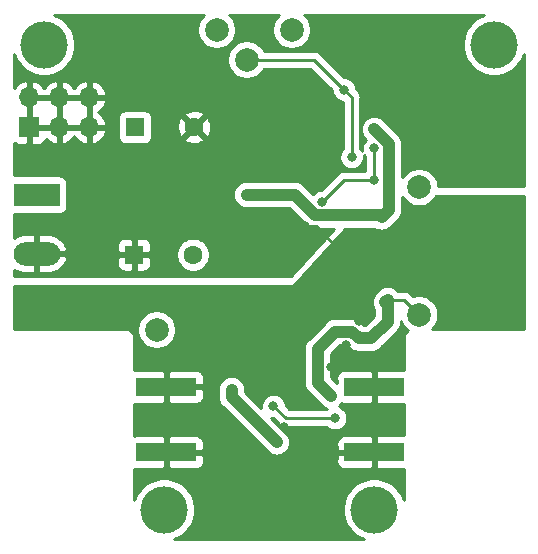
<source format=gbr>
%TF.GenerationSoftware,KiCad,Pcbnew,(5.1.6-0-10_14)*%
%TF.CreationDate,2021-01-15T10:59:33-08:00*%
%TF.ProjectId,TIADevBoard,54494144-6576-4426-9f61-72642e6b6963,rev?*%
%TF.SameCoordinates,Original*%
%TF.FileFunction,Copper,L2,Bot*%
%TF.FilePolarity,Positive*%
%FSLAX46Y46*%
G04 Gerber Fmt 4.6, Leading zero omitted, Abs format (unit mm)*
G04 Created by KiCad (PCBNEW (5.1.6-0-10_14)) date 2021-01-15 10:59:33*
%MOMM*%
%LPD*%
G01*
G04 APERTURE LIST*
%TA.AperFunction,ComponentPad*%
%ADD10O,1.700000X1.700000*%
%TD*%
%TA.AperFunction,ComponentPad*%
%ADD11R,1.700000X1.700000*%
%TD*%
%TA.AperFunction,ComponentPad*%
%ADD12C,2.000000*%
%TD*%
%TA.AperFunction,ComponentPad*%
%ADD13O,3.960000X1.980000*%
%TD*%
%TA.AperFunction,ComponentPad*%
%ADD14R,3.960000X1.980000*%
%TD*%
%TA.AperFunction,SMDPad,CuDef*%
%ADD15R,5.080000X1.600000*%
%TD*%
%TA.AperFunction,ComponentPad*%
%ADD16C,4.000000*%
%TD*%
%TA.AperFunction,ComponentPad*%
%ADD17C,1.600000*%
%TD*%
%TA.AperFunction,ComponentPad*%
%ADD18R,1.600000X1.600000*%
%TD*%
%TA.AperFunction,ViaPad*%
%ADD19C,0.800000*%
%TD*%
%TA.AperFunction,Conductor*%
%ADD20C,0.250000*%
%TD*%
%TA.AperFunction,Conductor*%
%ADD21C,1.000000*%
%TD*%
%TA.AperFunction,Conductor*%
%ADD22C,0.254000*%
%TD*%
G04 APERTURE END LIST*
D10*
%TO.P,J4,6*%
%TO.N,GND*%
X77470000Y-74295000D03*
%TO.P,J4,5*%
X77470000Y-76835000D03*
%TO.P,J4,4*%
X74930000Y-74295000D03*
%TO.P,J4,3*%
X74930000Y-76835000D03*
%TO.P,J4,2*%
X72390000Y-74295000D03*
D11*
%TO.P,J4,1*%
X72390000Y-76835000D03*
%TD*%
D12*
%TO.P,TP6,1*%
%TO.N,/SwE*%
X88265000Y-68580000D03*
%TD*%
%TO.P,TP5,1*%
%TO.N,/TC*%
X105410000Y-81915000D03*
%TD*%
%TO.P,TP4,1*%
%TO.N,/-2.5V*%
X83185000Y-93980000D03*
%TD*%
%TO.P,TP3,1*%
%TO.N,-5V*%
X90805000Y-71120000D03*
%TD*%
%TO.P,TP2,1*%
%TO.N,/Ipk*%
X94615000Y-68580000D03*
%TD*%
%TO.P,TP1,1*%
%TO.N,/3V*%
X105410000Y-92710000D03*
%TD*%
D13*
%TO.P,J1,2*%
%TO.N,GND*%
X73025000Y-87550000D03*
D14*
%TO.P,J1,1*%
%TO.N,VDD*%
X73025000Y-82550000D03*
%TD*%
D15*
%TO.P,J3,2*%
%TO.N,GND*%
X101600000Y-98830000D03*
X101600000Y-104370000D03*
%TD*%
%TO.P,J2,2*%
%TO.N,GND*%
X84005000Y-104370000D03*
X84005000Y-98830000D03*
%TD*%
D16*
%TO.P,H4,1*%
%TO.N,N/C*%
X83820000Y-109220000D03*
%TD*%
%TO.P,H3,1*%
%TO.N,N/C*%
X101600000Y-109220000D03*
%TD*%
%TO.P,H2,1*%
%TO.N,N/C*%
X111760000Y-69850000D03*
%TD*%
%TO.P,H1,1*%
%TO.N,N/C*%
X73660000Y-69850000D03*
%TD*%
D17*
%TO.P,C3,2*%
%TO.N,-5V*%
X86280000Y-87630000D03*
D18*
%TO.P,C3,1*%
%TO.N,GND*%
X81280000Y-87630000D03*
%TD*%
D17*
%TO.P,C1,2*%
%TO.N,GND*%
X86360000Y-76835000D03*
D18*
%TO.P,C1,1*%
%TO.N,VDD*%
X81360000Y-76835000D03*
%TD*%
D19*
%TO.N,GND*%
X93980000Y-102235000D03*
X92075000Y-108204000D03*
X97917000Y-97155000D03*
X99187000Y-95250000D03*
X101600000Y-97282000D03*
X101600000Y-105918000D03*
X83947000Y-97282000D03*
X84074000Y-106045000D03*
X88900000Y-91440000D03*
X95758000Y-85217000D03*
X100330000Y-93218000D03*
X105537000Y-86995000D03*
X99060000Y-87630000D03*
X90170000Y-80010000D03*
X104140000Y-69850000D03*
%TO.N,VDD*%
X90805000Y-82550000D03*
X102235000Y-84455000D03*
X101600000Y-77012008D03*
%TO.N,-5V*%
X99060000Y-73660000D03*
X99695000Y-79375000D03*
%TO.N,/-2.5V*%
X89535000Y-99060000D03*
X93345000Y-103505000D03*
%TO.N,/3V*%
X102743000Y-91440000D03*
X97917000Y-99568000D03*
%TO.N,/TC*%
X101600000Y-81280000D03*
X97155000Y-83185000D03*
X101600000Y-78640010D03*
%TO.N,/VOUT*%
X93076848Y-100442848D03*
X98298000Y-101473000D03*
%TD*%
D20*
%TO.N,GND*%
X96647000Y-85217000D02*
X99060000Y-87630000D01*
X95758000Y-85217000D02*
X96647000Y-85217000D01*
D21*
%TO.N,VDD*%
X96626999Y-84285001D02*
X101769999Y-84285001D01*
X94891998Y-82550000D02*
X96626999Y-84285001D01*
X90805000Y-82550000D02*
X94891998Y-82550000D01*
X102065001Y-84285001D02*
X102235000Y-84455000D01*
X101769999Y-84285001D02*
X102065001Y-84285001D01*
X102235000Y-84455000D02*
X102870000Y-83820000D01*
X102870000Y-78282008D02*
X101600000Y-77012008D01*
X102870000Y-83820000D02*
X102870000Y-78282008D01*
D20*
%TO.N,-5V*%
X99060000Y-73660000D02*
X99695000Y-74295000D01*
X99695000Y-74295000D02*
X99695000Y-79375000D01*
X96520000Y-71120000D02*
X99060000Y-73660000D01*
X90805000Y-71120000D02*
X96520000Y-71120000D01*
D21*
%TO.N,/-2.5V*%
X89535000Y-99060000D02*
X89535000Y-99695000D01*
X89535000Y-99695000D02*
X93345000Y-103505000D01*
%TO.N,/3V*%
X102743000Y-91440000D02*
X102531999Y-91651001D01*
X96816999Y-98467999D02*
X97917000Y-99568000D01*
X98255001Y-94149999D02*
X96816999Y-95588001D01*
X100287001Y-94721999D02*
X99715001Y-94149999D01*
X99715001Y-94149999D02*
X98255001Y-94149999D01*
X101343003Y-94721999D02*
X100287001Y-94721999D01*
X102743000Y-91440000D02*
X102743000Y-93322002D01*
X102743000Y-93322002D02*
X101343003Y-94721999D01*
X96816999Y-95588001D02*
X96816999Y-98467999D01*
D20*
X104140000Y-91440000D02*
X102743000Y-91440000D01*
X105410000Y-92710000D02*
X104140000Y-91440000D01*
%TO.N,/TC*%
X99060000Y-81280000D02*
X97155000Y-83185000D01*
X101600000Y-81280000D02*
X99060000Y-81280000D01*
X101600000Y-78640010D02*
X101600000Y-81280000D01*
%TO.N,/VOUT*%
X93076848Y-100442848D02*
X94107000Y-101473000D01*
X94107000Y-101473000D02*
X98298000Y-101473000D01*
%TD*%
D22*
%TO.N,GND*%
G36*
X86995013Y-67537748D02*
G01*
X86816082Y-67805537D01*
X86692832Y-68103088D01*
X86630000Y-68418967D01*
X86630000Y-68741033D01*
X86692832Y-69056912D01*
X86816082Y-69354463D01*
X86995013Y-69622252D01*
X87222748Y-69849987D01*
X87490537Y-70028918D01*
X87788088Y-70152168D01*
X88103967Y-70215000D01*
X88426033Y-70215000D01*
X88741912Y-70152168D01*
X89039463Y-70028918D01*
X89307252Y-69849987D01*
X89534987Y-69622252D01*
X89713918Y-69354463D01*
X89837168Y-69056912D01*
X89900000Y-68741033D01*
X89900000Y-68418967D01*
X89837168Y-68103088D01*
X89713918Y-67805537D01*
X89534987Y-67537748D01*
X89332239Y-67335000D01*
X93547761Y-67335000D01*
X93345013Y-67537748D01*
X93166082Y-67805537D01*
X93042832Y-68103088D01*
X92980000Y-68418967D01*
X92980000Y-68741033D01*
X93042832Y-69056912D01*
X93166082Y-69354463D01*
X93345013Y-69622252D01*
X93572748Y-69849987D01*
X93840537Y-70028918D01*
X94138088Y-70152168D01*
X94453967Y-70215000D01*
X94776033Y-70215000D01*
X95091912Y-70152168D01*
X95389463Y-70028918D01*
X95657252Y-69849987D01*
X95884987Y-69622252D01*
X96063918Y-69354463D01*
X96187168Y-69056912D01*
X96250000Y-68741033D01*
X96250000Y-68418967D01*
X96187168Y-68103088D01*
X96063918Y-67805537D01*
X95884987Y-67537748D01*
X95682239Y-67335000D01*
X110946159Y-67335000D01*
X110511859Y-67514893D01*
X110080285Y-67803262D01*
X109713262Y-68170285D01*
X109424893Y-68601859D01*
X109226261Y-69081399D01*
X109125000Y-69590475D01*
X109125000Y-70109525D01*
X109226261Y-70618601D01*
X109424893Y-71098141D01*
X109713262Y-71529715D01*
X110080285Y-71896738D01*
X110511859Y-72185107D01*
X110991399Y-72383739D01*
X111500475Y-72485000D01*
X112019525Y-72485000D01*
X112528601Y-72383739D01*
X113008141Y-72185107D01*
X113439715Y-71896738D01*
X113806738Y-71529715D01*
X114095107Y-71098141D01*
X114275000Y-70663841D01*
X114275000Y-81788000D01*
X107045000Y-81788000D01*
X107045000Y-81753967D01*
X106982168Y-81438088D01*
X106858918Y-81140537D01*
X106679987Y-80872748D01*
X106452252Y-80645013D01*
X106184463Y-80466082D01*
X105886912Y-80342832D01*
X105571033Y-80280000D01*
X105248967Y-80280000D01*
X104933088Y-80342832D01*
X104635537Y-80466082D01*
X104367748Y-80645013D01*
X104140013Y-80872748D01*
X104005000Y-81074809D01*
X104005000Y-78337751D01*
X104010490Y-78282007D01*
X104005000Y-78226263D01*
X104005000Y-78226256D01*
X103988577Y-78059509D01*
X103982506Y-78039494D01*
X103967338Y-77989494D01*
X103923676Y-77845561D01*
X103818284Y-77648385D01*
X103676449Y-77475559D01*
X103633140Y-77440016D01*
X102363143Y-76170020D01*
X102233622Y-76063725D01*
X102036446Y-75958332D01*
X101822498Y-75893431D01*
X101600000Y-75871517D01*
X101377502Y-75893431D01*
X101163554Y-75958332D01*
X100966378Y-76063725D01*
X100793552Y-76205560D01*
X100651717Y-76378386D01*
X100546324Y-76575562D01*
X100481423Y-76789510D01*
X100459509Y-77012008D01*
X100481423Y-77234506D01*
X100546324Y-77448454D01*
X100651717Y-77645630D01*
X100758012Y-77775151D01*
X100879580Y-77896719D01*
X100796063Y-77980236D01*
X100682795Y-78149754D01*
X100604774Y-78338112D01*
X100565000Y-78538071D01*
X100565000Y-78741949D01*
X100585434Y-78844678D01*
X100498937Y-78715226D01*
X100455000Y-78671289D01*
X100455000Y-74332333D01*
X100458677Y-74295000D01*
X100444003Y-74146014D01*
X100400546Y-74002753D01*
X100329974Y-73870724D01*
X100258799Y-73783997D01*
X100235001Y-73754999D01*
X100206004Y-73731202D01*
X100095000Y-73620198D01*
X100095000Y-73558061D01*
X100055226Y-73358102D01*
X99977205Y-73169744D01*
X99863937Y-73000226D01*
X99719774Y-72856063D01*
X99550256Y-72742795D01*
X99361898Y-72664774D01*
X99161939Y-72625000D01*
X99099803Y-72625000D01*
X97083804Y-70609003D01*
X97060001Y-70579999D01*
X96944276Y-70485026D01*
X96812247Y-70414454D01*
X96668986Y-70370997D01*
X96557333Y-70360000D01*
X96557322Y-70360000D01*
X96520000Y-70356324D01*
X96482678Y-70360000D01*
X92259909Y-70360000D01*
X92253918Y-70345537D01*
X92074987Y-70077748D01*
X91847252Y-69850013D01*
X91579463Y-69671082D01*
X91281912Y-69547832D01*
X90966033Y-69485000D01*
X90643967Y-69485000D01*
X90328088Y-69547832D01*
X90030537Y-69671082D01*
X89762748Y-69850013D01*
X89535013Y-70077748D01*
X89356082Y-70345537D01*
X89232832Y-70643088D01*
X89170000Y-70958967D01*
X89170000Y-71281033D01*
X89232832Y-71596912D01*
X89356082Y-71894463D01*
X89535013Y-72162252D01*
X89762748Y-72389987D01*
X90030537Y-72568918D01*
X90328088Y-72692168D01*
X90643967Y-72755000D01*
X90966033Y-72755000D01*
X91281912Y-72692168D01*
X91579463Y-72568918D01*
X91847252Y-72389987D01*
X92074987Y-72162252D01*
X92253918Y-71894463D01*
X92259909Y-71880000D01*
X96205199Y-71880000D01*
X98025000Y-73699803D01*
X98025000Y-73761939D01*
X98064774Y-73961898D01*
X98142795Y-74150256D01*
X98256063Y-74319774D01*
X98400226Y-74463937D01*
X98569744Y-74577205D01*
X98758102Y-74655226D01*
X98935000Y-74690413D01*
X98935001Y-78671288D01*
X98891063Y-78715226D01*
X98777795Y-78884744D01*
X98699774Y-79073102D01*
X98660000Y-79273061D01*
X98660000Y-79476939D01*
X98699774Y-79676898D01*
X98777795Y-79865256D01*
X98891063Y-80034774D01*
X99035226Y-80178937D01*
X99204744Y-80292205D01*
X99393102Y-80370226D01*
X99593061Y-80410000D01*
X99796939Y-80410000D01*
X99996898Y-80370226D01*
X100185256Y-80292205D01*
X100354774Y-80178937D01*
X100498937Y-80034774D01*
X100612205Y-79865256D01*
X100690226Y-79676898D01*
X100730000Y-79476939D01*
X100730000Y-79273061D01*
X100709566Y-79170332D01*
X100796063Y-79299784D01*
X100840000Y-79343721D01*
X100840001Y-80520000D01*
X99097323Y-80520000D01*
X99060000Y-80516324D01*
X99022677Y-80520000D01*
X99022667Y-80520000D01*
X98911014Y-80530997D01*
X98767753Y-80574454D01*
X98635724Y-80645026D01*
X98519999Y-80739999D01*
X98496201Y-80768997D01*
X97115199Y-82150000D01*
X97053061Y-82150000D01*
X96853102Y-82189774D01*
X96664744Y-82267795D01*
X96495226Y-82381063D01*
X96411709Y-82464580D01*
X95733994Y-81786865D01*
X95698447Y-81743551D01*
X95525621Y-81601716D01*
X95328445Y-81496324D01*
X95114497Y-81431423D01*
X94947750Y-81415000D01*
X94947749Y-81415000D01*
X94891998Y-81409509D01*
X94836247Y-81415000D01*
X90749248Y-81415000D01*
X90582501Y-81431423D01*
X90368553Y-81496324D01*
X90171377Y-81601716D01*
X89998551Y-81743551D01*
X89856716Y-81916377D01*
X89751324Y-82113553D01*
X89686423Y-82327501D01*
X89664509Y-82550000D01*
X89686423Y-82772499D01*
X89751324Y-82986447D01*
X89856716Y-83183623D01*
X89998551Y-83356449D01*
X90171377Y-83498284D01*
X90368553Y-83603676D01*
X90582501Y-83668577D01*
X90749248Y-83685000D01*
X94421867Y-83685000D01*
X95785008Y-85048141D01*
X95820550Y-85091450D01*
X95993376Y-85233285D01*
X96190552Y-85338677D01*
X96404500Y-85403578D01*
X96626999Y-85425492D01*
X96682750Y-85420001D01*
X98214798Y-85420001D01*
X94559132Y-89408000D01*
X71145000Y-89408000D01*
X71145000Y-88906282D01*
X71295806Y-89002704D01*
X71593418Y-89119000D01*
X71908000Y-89175000D01*
X72898000Y-89175000D01*
X72898000Y-87677000D01*
X73152000Y-87677000D01*
X73152000Y-89175000D01*
X74142000Y-89175000D01*
X74456582Y-89119000D01*
X74754194Y-89002704D01*
X75023399Y-88830581D01*
X75253852Y-88609246D01*
X75378924Y-88430000D01*
X79841928Y-88430000D01*
X79854188Y-88554482D01*
X79890498Y-88674180D01*
X79949463Y-88784494D01*
X80028815Y-88881185D01*
X80125506Y-88960537D01*
X80235820Y-89019502D01*
X80355518Y-89055812D01*
X80480000Y-89068072D01*
X80994250Y-89065000D01*
X81153000Y-88906250D01*
X81153000Y-87757000D01*
X81407000Y-87757000D01*
X81407000Y-88906250D01*
X81565750Y-89065000D01*
X82080000Y-89068072D01*
X82204482Y-89055812D01*
X82324180Y-89019502D01*
X82434494Y-88960537D01*
X82531185Y-88881185D01*
X82610537Y-88784494D01*
X82669502Y-88674180D01*
X82705812Y-88554482D01*
X82718072Y-88430000D01*
X82715000Y-87915750D01*
X82556250Y-87757000D01*
X81407000Y-87757000D01*
X81153000Y-87757000D01*
X80003750Y-87757000D01*
X79845000Y-87915750D01*
X79841928Y-88430000D01*
X75378924Y-88430000D01*
X75436696Y-88347205D01*
X75564905Y-88054528D01*
X75595218Y-87928865D01*
X75475740Y-87677000D01*
X73152000Y-87677000D01*
X72898000Y-87677000D01*
X72878000Y-87677000D01*
X72878000Y-87423000D01*
X72898000Y-87423000D01*
X72898000Y-85925000D01*
X73152000Y-85925000D01*
X73152000Y-87423000D01*
X75475740Y-87423000D01*
X75595218Y-87171135D01*
X75564905Y-87045472D01*
X75470517Y-86830000D01*
X79841928Y-86830000D01*
X79845000Y-87344250D01*
X80003750Y-87503000D01*
X81153000Y-87503000D01*
X81153000Y-86353750D01*
X81407000Y-86353750D01*
X81407000Y-87503000D01*
X82556250Y-87503000D01*
X82570585Y-87488665D01*
X84845000Y-87488665D01*
X84845000Y-87771335D01*
X84900147Y-88048574D01*
X85008320Y-88309727D01*
X85165363Y-88544759D01*
X85365241Y-88744637D01*
X85600273Y-88901680D01*
X85861426Y-89009853D01*
X86138665Y-89065000D01*
X86421335Y-89065000D01*
X86698574Y-89009853D01*
X86959727Y-88901680D01*
X87194759Y-88744637D01*
X87394637Y-88544759D01*
X87551680Y-88309727D01*
X87659853Y-88048574D01*
X87715000Y-87771335D01*
X87715000Y-87488665D01*
X87659853Y-87211426D01*
X87551680Y-86950273D01*
X87394637Y-86715241D01*
X87194759Y-86515363D01*
X86959727Y-86358320D01*
X86698574Y-86250147D01*
X86421335Y-86195000D01*
X86138665Y-86195000D01*
X85861426Y-86250147D01*
X85600273Y-86358320D01*
X85365241Y-86515363D01*
X85165363Y-86715241D01*
X85008320Y-86950273D01*
X84900147Y-87211426D01*
X84845000Y-87488665D01*
X82570585Y-87488665D01*
X82715000Y-87344250D01*
X82718072Y-86830000D01*
X82705812Y-86705518D01*
X82669502Y-86585820D01*
X82610537Y-86475506D01*
X82531185Y-86378815D01*
X82434494Y-86299463D01*
X82324180Y-86240498D01*
X82204482Y-86204188D01*
X82080000Y-86191928D01*
X81565750Y-86195000D01*
X81407000Y-86353750D01*
X81153000Y-86353750D01*
X80994250Y-86195000D01*
X80480000Y-86191928D01*
X80355518Y-86204188D01*
X80235820Y-86240498D01*
X80125506Y-86299463D01*
X80028815Y-86378815D01*
X79949463Y-86475506D01*
X79890498Y-86585820D01*
X79854188Y-86705518D01*
X79841928Y-86830000D01*
X75470517Y-86830000D01*
X75436696Y-86752795D01*
X75253852Y-86490754D01*
X75023399Y-86269419D01*
X74754194Y-86097296D01*
X74456582Y-85981000D01*
X74142000Y-85925000D01*
X73152000Y-85925000D01*
X72898000Y-85925000D01*
X71908000Y-85925000D01*
X71593418Y-85981000D01*
X71295806Y-86097296D01*
X71145000Y-86193718D01*
X71145000Y-84178072D01*
X75005000Y-84178072D01*
X75129482Y-84165812D01*
X75249180Y-84129502D01*
X75359494Y-84070537D01*
X75456185Y-83991185D01*
X75535537Y-83894494D01*
X75594502Y-83784180D01*
X75630812Y-83664482D01*
X75643072Y-83540000D01*
X75643072Y-81560000D01*
X75630812Y-81435518D01*
X75594502Y-81315820D01*
X75535537Y-81205506D01*
X75456185Y-81108815D01*
X75359494Y-81029463D01*
X75249180Y-80970498D01*
X75129482Y-80934188D01*
X75005000Y-80921928D01*
X71145000Y-80921928D01*
X71145000Y-78182295D01*
X71185506Y-78215537D01*
X71295820Y-78274502D01*
X71415518Y-78310812D01*
X71540000Y-78323072D01*
X72104250Y-78320000D01*
X72263000Y-78161250D01*
X72263000Y-76962000D01*
X72517000Y-76962000D01*
X72517000Y-78161250D01*
X72675750Y-78320000D01*
X73240000Y-78323072D01*
X73364482Y-78310812D01*
X73484180Y-78274502D01*
X73594494Y-78215537D01*
X73691185Y-78136185D01*
X73770537Y-78039494D01*
X73829502Y-77929180D01*
X73853966Y-77848534D01*
X73929731Y-77932588D01*
X74163080Y-78106641D01*
X74425901Y-78231825D01*
X74573110Y-78276476D01*
X74803000Y-78155155D01*
X74803000Y-76962000D01*
X75057000Y-76962000D01*
X75057000Y-78155155D01*
X75286890Y-78276476D01*
X75434099Y-78231825D01*
X75696920Y-78106641D01*
X75930269Y-77932588D01*
X76125178Y-77716355D01*
X76200000Y-77590745D01*
X76274822Y-77716355D01*
X76469731Y-77932588D01*
X76703080Y-78106641D01*
X76965901Y-78231825D01*
X77113110Y-78276476D01*
X77343000Y-78155155D01*
X77343000Y-76962000D01*
X77597000Y-76962000D01*
X77597000Y-78155155D01*
X77826890Y-78276476D01*
X77974099Y-78231825D01*
X78236920Y-78106641D01*
X78470269Y-77932588D01*
X78665178Y-77716355D01*
X78814157Y-77466252D01*
X78911481Y-77191891D01*
X78790814Y-76962000D01*
X77597000Y-76962000D01*
X77343000Y-76962000D01*
X75057000Y-76962000D01*
X74803000Y-76962000D01*
X72517000Y-76962000D01*
X72263000Y-76962000D01*
X72243000Y-76962000D01*
X72243000Y-76708000D01*
X72263000Y-76708000D01*
X72263000Y-74422000D01*
X72517000Y-74422000D01*
X72517000Y-76708000D01*
X74803000Y-76708000D01*
X74803000Y-74422000D01*
X75057000Y-74422000D01*
X75057000Y-76708000D01*
X77343000Y-76708000D01*
X77343000Y-74422000D01*
X77597000Y-74422000D01*
X77597000Y-76708000D01*
X78790814Y-76708000D01*
X78911481Y-76478109D01*
X78814157Y-76203748D01*
X78713639Y-76035000D01*
X79921928Y-76035000D01*
X79921928Y-77635000D01*
X79934188Y-77759482D01*
X79970498Y-77879180D01*
X80029463Y-77989494D01*
X80108815Y-78086185D01*
X80205506Y-78165537D01*
X80315820Y-78224502D01*
X80435518Y-78260812D01*
X80560000Y-78273072D01*
X82160000Y-78273072D01*
X82284482Y-78260812D01*
X82404180Y-78224502D01*
X82514494Y-78165537D01*
X82611185Y-78086185D01*
X82690537Y-77989494D01*
X82749502Y-77879180D01*
X82765117Y-77827702D01*
X85546903Y-77827702D01*
X85618486Y-78071671D01*
X85873996Y-78192571D01*
X86148184Y-78261300D01*
X86430512Y-78275217D01*
X86710130Y-78233787D01*
X86976292Y-78138603D01*
X87101514Y-78071671D01*
X87173097Y-77827702D01*
X86360000Y-77014605D01*
X85546903Y-77827702D01*
X82765117Y-77827702D01*
X82785812Y-77759482D01*
X82798072Y-77635000D01*
X82798072Y-76905512D01*
X84919783Y-76905512D01*
X84961213Y-77185130D01*
X85056397Y-77451292D01*
X85123329Y-77576514D01*
X85367298Y-77648097D01*
X86180395Y-76835000D01*
X86539605Y-76835000D01*
X87352702Y-77648097D01*
X87596671Y-77576514D01*
X87717571Y-77321004D01*
X87786300Y-77046816D01*
X87800217Y-76764488D01*
X87758787Y-76484870D01*
X87663603Y-76218708D01*
X87596671Y-76093486D01*
X87352702Y-76021903D01*
X86539605Y-76835000D01*
X86180395Y-76835000D01*
X85367298Y-76021903D01*
X85123329Y-76093486D01*
X85002429Y-76348996D01*
X84933700Y-76623184D01*
X84919783Y-76905512D01*
X82798072Y-76905512D01*
X82798072Y-76035000D01*
X82785812Y-75910518D01*
X82765118Y-75842298D01*
X85546903Y-75842298D01*
X86360000Y-76655395D01*
X87173097Y-75842298D01*
X87101514Y-75598329D01*
X86846004Y-75477429D01*
X86571816Y-75408700D01*
X86289488Y-75394783D01*
X86009870Y-75436213D01*
X85743708Y-75531397D01*
X85618486Y-75598329D01*
X85546903Y-75842298D01*
X82765118Y-75842298D01*
X82749502Y-75790820D01*
X82690537Y-75680506D01*
X82611185Y-75583815D01*
X82514494Y-75504463D01*
X82404180Y-75445498D01*
X82284482Y-75409188D01*
X82160000Y-75396928D01*
X80560000Y-75396928D01*
X80435518Y-75409188D01*
X80315820Y-75445498D01*
X80205506Y-75504463D01*
X80108815Y-75583815D01*
X80029463Y-75680506D01*
X79970498Y-75790820D01*
X79934188Y-75910518D01*
X79921928Y-76035000D01*
X78713639Y-76035000D01*
X78665178Y-75953645D01*
X78470269Y-75737412D01*
X78239120Y-75565000D01*
X78470269Y-75392588D01*
X78665178Y-75176355D01*
X78814157Y-74926252D01*
X78911481Y-74651891D01*
X78790814Y-74422000D01*
X77597000Y-74422000D01*
X77343000Y-74422000D01*
X75057000Y-74422000D01*
X74803000Y-74422000D01*
X72517000Y-74422000D01*
X72263000Y-74422000D01*
X72243000Y-74422000D01*
X72243000Y-74168000D01*
X72263000Y-74168000D01*
X72263000Y-72974845D01*
X72517000Y-72974845D01*
X72517000Y-74168000D01*
X74803000Y-74168000D01*
X74803000Y-72974845D01*
X75057000Y-72974845D01*
X75057000Y-74168000D01*
X77343000Y-74168000D01*
X77343000Y-72974845D01*
X77597000Y-72974845D01*
X77597000Y-74168000D01*
X78790814Y-74168000D01*
X78911481Y-73938109D01*
X78814157Y-73663748D01*
X78665178Y-73413645D01*
X78470269Y-73197412D01*
X78236920Y-73023359D01*
X77974099Y-72898175D01*
X77826890Y-72853524D01*
X77597000Y-72974845D01*
X77343000Y-72974845D01*
X77113110Y-72853524D01*
X76965901Y-72898175D01*
X76703080Y-73023359D01*
X76469731Y-73197412D01*
X76274822Y-73413645D01*
X76200000Y-73539255D01*
X76125178Y-73413645D01*
X75930269Y-73197412D01*
X75696920Y-73023359D01*
X75434099Y-72898175D01*
X75286890Y-72853524D01*
X75057000Y-72974845D01*
X74803000Y-72974845D01*
X74573110Y-72853524D01*
X74425901Y-72898175D01*
X74163080Y-73023359D01*
X73929731Y-73197412D01*
X73734822Y-73413645D01*
X73660000Y-73539255D01*
X73585178Y-73413645D01*
X73390269Y-73197412D01*
X73156920Y-73023359D01*
X72894099Y-72898175D01*
X72746890Y-72853524D01*
X72517000Y-72974845D01*
X72263000Y-72974845D01*
X72033110Y-72853524D01*
X71885901Y-72898175D01*
X71623080Y-73023359D01*
X71389731Y-73197412D01*
X71194822Y-73413645D01*
X71145000Y-73497285D01*
X71145000Y-70663841D01*
X71324893Y-71098141D01*
X71613262Y-71529715D01*
X71980285Y-71896738D01*
X72411859Y-72185107D01*
X72891399Y-72383739D01*
X73400475Y-72485000D01*
X73919525Y-72485000D01*
X74428601Y-72383739D01*
X74908141Y-72185107D01*
X75339715Y-71896738D01*
X75706738Y-71529715D01*
X75995107Y-71098141D01*
X76193739Y-70618601D01*
X76295000Y-70109525D01*
X76295000Y-69590475D01*
X76193739Y-69081399D01*
X75995107Y-68601859D01*
X75706738Y-68170285D01*
X75339715Y-67803262D01*
X74908141Y-67514893D01*
X74473841Y-67335000D01*
X87197761Y-67335000D01*
X86995013Y-67537748D01*
G37*
X86995013Y-67537748D02*
X86816082Y-67805537D01*
X86692832Y-68103088D01*
X86630000Y-68418967D01*
X86630000Y-68741033D01*
X86692832Y-69056912D01*
X86816082Y-69354463D01*
X86995013Y-69622252D01*
X87222748Y-69849987D01*
X87490537Y-70028918D01*
X87788088Y-70152168D01*
X88103967Y-70215000D01*
X88426033Y-70215000D01*
X88741912Y-70152168D01*
X89039463Y-70028918D01*
X89307252Y-69849987D01*
X89534987Y-69622252D01*
X89713918Y-69354463D01*
X89837168Y-69056912D01*
X89900000Y-68741033D01*
X89900000Y-68418967D01*
X89837168Y-68103088D01*
X89713918Y-67805537D01*
X89534987Y-67537748D01*
X89332239Y-67335000D01*
X93547761Y-67335000D01*
X93345013Y-67537748D01*
X93166082Y-67805537D01*
X93042832Y-68103088D01*
X92980000Y-68418967D01*
X92980000Y-68741033D01*
X93042832Y-69056912D01*
X93166082Y-69354463D01*
X93345013Y-69622252D01*
X93572748Y-69849987D01*
X93840537Y-70028918D01*
X94138088Y-70152168D01*
X94453967Y-70215000D01*
X94776033Y-70215000D01*
X95091912Y-70152168D01*
X95389463Y-70028918D01*
X95657252Y-69849987D01*
X95884987Y-69622252D01*
X96063918Y-69354463D01*
X96187168Y-69056912D01*
X96250000Y-68741033D01*
X96250000Y-68418967D01*
X96187168Y-68103088D01*
X96063918Y-67805537D01*
X95884987Y-67537748D01*
X95682239Y-67335000D01*
X110946159Y-67335000D01*
X110511859Y-67514893D01*
X110080285Y-67803262D01*
X109713262Y-68170285D01*
X109424893Y-68601859D01*
X109226261Y-69081399D01*
X109125000Y-69590475D01*
X109125000Y-70109525D01*
X109226261Y-70618601D01*
X109424893Y-71098141D01*
X109713262Y-71529715D01*
X110080285Y-71896738D01*
X110511859Y-72185107D01*
X110991399Y-72383739D01*
X111500475Y-72485000D01*
X112019525Y-72485000D01*
X112528601Y-72383739D01*
X113008141Y-72185107D01*
X113439715Y-71896738D01*
X113806738Y-71529715D01*
X114095107Y-71098141D01*
X114275000Y-70663841D01*
X114275000Y-81788000D01*
X107045000Y-81788000D01*
X107045000Y-81753967D01*
X106982168Y-81438088D01*
X106858918Y-81140537D01*
X106679987Y-80872748D01*
X106452252Y-80645013D01*
X106184463Y-80466082D01*
X105886912Y-80342832D01*
X105571033Y-80280000D01*
X105248967Y-80280000D01*
X104933088Y-80342832D01*
X104635537Y-80466082D01*
X104367748Y-80645013D01*
X104140013Y-80872748D01*
X104005000Y-81074809D01*
X104005000Y-78337751D01*
X104010490Y-78282007D01*
X104005000Y-78226263D01*
X104005000Y-78226256D01*
X103988577Y-78059509D01*
X103982506Y-78039494D01*
X103967338Y-77989494D01*
X103923676Y-77845561D01*
X103818284Y-77648385D01*
X103676449Y-77475559D01*
X103633140Y-77440016D01*
X102363143Y-76170020D01*
X102233622Y-76063725D01*
X102036446Y-75958332D01*
X101822498Y-75893431D01*
X101600000Y-75871517D01*
X101377502Y-75893431D01*
X101163554Y-75958332D01*
X100966378Y-76063725D01*
X100793552Y-76205560D01*
X100651717Y-76378386D01*
X100546324Y-76575562D01*
X100481423Y-76789510D01*
X100459509Y-77012008D01*
X100481423Y-77234506D01*
X100546324Y-77448454D01*
X100651717Y-77645630D01*
X100758012Y-77775151D01*
X100879580Y-77896719D01*
X100796063Y-77980236D01*
X100682795Y-78149754D01*
X100604774Y-78338112D01*
X100565000Y-78538071D01*
X100565000Y-78741949D01*
X100585434Y-78844678D01*
X100498937Y-78715226D01*
X100455000Y-78671289D01*
X100455000Y-74332333D01*
X100458677Y-74295000D01*
X100444003Y-74146014D01*
X100400546Y-74002753D01*
X100329974Y-73870724D01*
X100258799Y-73783997D01*
X100235001Y-73754999D01*
X100206004Y-73731202D01*
X100095000Y-73620198D01*
X100095000Y-73558061D01*
X100055226Y-73358102D01*
X99977205Y-73169744D01*
X99863937Y-73000226D01*
X99719774Y-72856063D01*
X99550256Y-72742795D01*
X99361898Y-72664774D01*
X99161939Y-72625000D01*
X99099803Y-72625000D01*
X97083804Y-70609003D01*
X97060001Y-70579999D01*
X96944276Y-70485026D01*
X96812247Y-70414454D01*
X96668986Y-70370997D01*
X96557333Y-70360000D01*
X96557322Y-70360000D01*
X96520000Y-70356324D01*
X96482678Y-70360000D01*
X92259909Y-70360000D01*
X92253918Y-70345537D01*
X92074987Y-70077748D01*
X91847252Y-69850013D01*
X91579463Y-69671082D01*
X91281912Y-69547832D01*
X90966033Y-69485000D01*
X90643967Y-69485000D01*
X90328088Y-69547832D01*
X90030537Y-69671082D01*
X89762748Y-69850013D01*
X89535013Y-70077748D01*
X89356082Y-70345537D01*
X89232832Y-70643088D01*
X89170000Y-70958967D01*
X89170000Y-71281033D01*
X89232832Y-71596912D01*
X89356082Y-71894463D01*
X89535013Y-72162252D01*
X89762748Y-72389987D01*
X90030537Y-72568918D01*
X90328088Y-72692168D01*
X90643967Y-72755000D01*
X90966033Y-72755000D01*
X91281912Y-72692168D01*
X91579463Y-72568918D01*
X91847252Y-72389987D01*
X92074987Y-72162252D01*
X92253918Y-71894463D01*
X92259909Y-71880000D01*
X96205199Y-71880000D01*
X98025000Y-73699803D01*
X98025000Y-73761939D01*
X98064774Y-73961898D01*
X98142795Y-74150256D01*
X98256063Y-74319774D01*
X98400226Y-74463937D01*
X98569744Y-74577205D01*
X98758102Y-74655226D01*
X98935000Y-74690413D01*
X98935001Y-78671288D01*
X98891063Y-78715226D01*
X98777795Y-78884744D01*
X98699774Y-79073102D01*
X98660000Y-79273061D01*
X98660000Y-79476939D01*
X98699774Y-79676898D01*
X98777795Y-79865256D01*
X98891063Y-80034774D01*
X99035226Y-80178937D01*
X99204744Y-80292205D01*
X99393102Y-80370226D01*
X99593061Y-80410000D01*
X99796939Y-80410000D01*
X99996898Y-80370226D01*
X100185256Y-80292205D01*
X100354774Y-80178937D01*
X100498937Y-80034774D01*
X100612205Y-79865256D01*
X100690226Y-79676898D01*
X100730000Y-79476939D01*
X100730000Y-79273061D01*
X100709566Y-79170332D01*
X100796063Y-79299784D01*
X100840000Y-79343721D01*
X100840001Y-80520000D01*
X99097323Y-80520000D01*
X99060000Y-80516324D01*
X99022677Y-80520000D01*
X99022667Y-80520000D01*
X98911014Y-80530997D01*
X98767753Y-80574454D01*
X98635724Y-80645026D01*
X98519999Y-80739999D01*
X98496201Y-80768997D01*
X97115199Y-82150000D01*
X97053061Y-82150000D01*
X96853102Y-82189774D01*
X96664744Y-82267795D01*
X96495226Y-82381063D01*
X96411709Y-82464580D01*
X95733994Y-81786865D01*
X95698447Y-81743551D01*
X95525621Y-81601716D01*
X95328445Y-81496324D01*
X95114497Y-81431423D01*
X94947750Y-81415000D01*
X94947749Y-81415000D01*
X94891998Y-81409509D01*
X94836247Y-81415000D01*
X90749248Y-81415000D01*
X90582501Y-81431423D01*
X90368553Y-81496324D01*
X90171377Y-81601716D01*
X89998551Y-81743551D01*
X89856716Y-81916377D01*
X89751324Y-82113553D01*
X89686423Y-82327501D01*
X89664509Y-82550000D01*
X89686423Y-82772499D01*
X89751324Y-82986447D01*
X89856716Y-83183623D01*
X89998551Y-83356449D01*
X90171377Y-83498284D01*
X90368553Y-83603676D01*
X90582501Y-83668577D01*
X90749248Y-83685000D01*
X94421867Y-83685000D01*
X95785008Y-85048141D01*
X95820550Y-85091450D01*
X95993376Y-85233285D01*
X96190552Y-85338677D01*
X96404500Y-85403578D01*
X96626999Y-85425492D01*
X96682750Y-85420001D01*
X98214798Y-85420001D01*
X94559132Y-89408000D01*
X71145000Y-89408000D01*
X71145000Y-88906282D01*
X71295806Y-89002704D01*
X71593418Y-89119000D01*
X71908000Y-89175000D01*
X72898000Y-89175000D01*
X72898000Y-87677000D01*
X73152000Y-87677000D01*
X73152000Y-89175000D01*
X74142000Y-89175000D01*
X74456582Y-89119000D01*
X74754194Y-89002704D01*
X75023399Y-88830581D01*
X75253852Y-88609246D01*
X75378924Y-88430000D01*
X79841928Y-88430000D01*
X79854188Y-88554482D01*
X79890498Y-88674180D01*
X79949463Y-88784494D01*
X80028815Y-88881185D01*
X80125506Y-88960537D01*
X80235820Y-89019502D01*
X80355518Y-89055812D01*
X80480000Y-89068072D01*
X80994250Y-89065000D01*
X81153000Y-88906250D01*
X81153000Y-87757000D01*
X81407000Y-87757000D01*
X81407000Y-88906250D01*
X81565750Y-89065000D01*
X82080000Y-89068072D01*
X82204482Y-89055812D01*
X82324180Y-89019502D01*
X82434494Y-88960537D01*
X82531185Y-88881185D01*
X82610537Y-88784494D01*
X82669502Y-88674180D01*
X82705812Y-88554482D01*
X82718072Y-88430000D01*
X82715000Y-87915750D01*
X82556250Y-87757000D01*
X81407000Y-87757000D01*
X81153000Y-87757000D01*
X80003750Y-87757000D01*
X79845000Y-87915750D01*
X79841928Y-88430000D01*
X75378924Y-88430000D01*
X75436696Y-88347205D01*
X75564905Y-88054528D01*
X75595218Y-87928865D01*
X75475740Y-87677000D01*
X73152000Y-87677000D01*
X72898000Y-87677000D01*
X72878000Y-87677000D01*
X72878000Y-87423000D01*
X72898000Y-87423000D01*
X72898000Y-85925000D01*
X73152000Y-85925000D01*
X73152000Y-87423000D01*
X75475740Y-87423000D01*
X75595218Y-87171135D01*
X75564905Y-87045472D01*
X75470517Y-86830000D01*
X79841928Y-86830000D01*
X79845000Y-87344250D01*
X80003750Y-87503000D01*
X81153000Y-87503000D01*
X81153000Y-86353750D01*
X81407000Y-86353750D01*
X81407000Y-87503000D01*
X82556250Y-87503000D01*
X82570585Y-87488665D01*
X84845000Y-87488665D01*
X84845000Y-87771335D01*
X84900147Y-88048574D01*
X85008320Y-88309727D01*
X85165363Y-88544759D01*
X85365241Y-88744637D01*
X85600273Y-88901680D01*
X85861426Y-89009853D01*
X86138665Y-89065000D01*
X86421335Y-89065000D01*
X86698574Y-89009853D01*
X86959727Y-88901680D01*
X87194759Y-88744637D01*
X87394637Y-88544759D01*
X87551680Y-88309727D01*
X87659853Y-88048574D01*
X87715000Y-87771335D01*
X87715000Y-87488665D01*
X87659853Y-87211426D01*
X87551680Y-86950273D01*
X87394637Y-86715241D01*
X87194759Y-86515363D01*
X86959727Y-86358320D01*
X86698574Y-86250147D01*
X86421335Y-86195000D01*
X86138665Y-86195000D01*
X85861426Y-86250147D01*
X85600273Y-86358320D01*
X85365241Y-86515363D01*
X85165363Y-86715241D01*
X85008320Y-86950273D01*
X84900147Y-87211426D01*
X84845000Y-87488665D01*
X82570585Y-87488665D01*
X82715000Y-87344250D01*
X82718072Y-86830000D01*
X82705812Y-86705518D01*
X82669502Y-86585820D01*
X82610537Y-86475506D01*
X82531185Y-86378815D01*
X82434494Y-86299463D01*
X82324180Y-86240498D01*
X82204482Y-86204188D01*
X82080000Y-86191928D01*
X81565750Y-86195000D01*
X81407000Y-86353750D01*
X81153000Y-86353750D01*
X80994250Y-86195000D01*
X80480000Y-86191928D01*
X80355518Y-86204188D01*
X80235820Y-86240498D01*
X80125506Y-86299463D01*
X80028815Y-86378815D01*
X79949463Y-86475506D01*
X79890498Y-86585820D01*
X79854188Y-86705518D01*
X79841928Y-86830000D01*
X75470517Y-86830000D01*
X75436696Y-86752795D01*
X75253852Y-86490754D01*
X75023399Y-86269419D01*
X74754194Y-86097296D01*
X74456582Y-85981000D01*
X74142000Y-85925000D01*
X73152000Y-85925000D01*
X72898000Y-85925000D01*
X71908000Y-85925000D01*
X71593418Y-85981000D01*
X71295806Y-86097296D01*
X71145000Y-86193718D01*
X71145000Y-84178072D01*
X75005000Y-84178072D01*
X75129482Y-84165812D01*
X75249180Y-84129502D01*
X75359494Y-84070537D01*
X75456185Y-83991185D01*
X75535537Y-83894494D01*
X75594502Y-83784180D01*
X75630812Y-83664482D01*
X75643072Y-83540000D01*
X75643072Y-81560000D01*
X75630812Y-81435518D01*
X75594502Y-81315820D01*
X75535537Y-81205506D01*
X75456185Y-81108815D01*
X75359494Y-81029463D01*
X75249180Y-80970498D01*
X75129482Y-80934188D01*
X75005000Y-80921928D01*
X71145000Y-80921928D01*
X71145000Y-78182295D01*
X71185506Y-78215537D01*
X71295820Y-78274502D01*
X71415518Y-78310812D01*
X71540000Y-78323072D01*
X72104250Y-78320000D01*
X72263000Y-78161250D01*
X72263000Y-76962000D01*
X72517000Y-76962000D01*
X72517000Y-78161250D01*
X72675750Y-78320000D01*
X73240000Y-78323072D01*
X73364482Y-78310812D01*
X73484180Y-78274502D01*
X73594494Y-78215537D01*
X73691185Y-78136185D01*
X73770537Y-78039494D01*
X73829502Y-77929180D01*
X73853966Y-77848534D01*
X73929731Y-77932588D01*
X74163080Y-78106641D01*
X74425901Y-78231825D01*
X74573110Y-78276476D01*
X74803000Y-78155155D01*
X74803000Y-76962000D01*
X75057000Y-76962000D01*
X75057000Y-78155155D01*
X75286890Y-78276476D01*
X75434099Y-78231825D01*
X75696920Y-78106641D01*
X75930269Y-77932588D01*
X76125178Y-77716355D01*
X76200000Y-77590745D01*
X76274822Y-77716355D01*
X76469731Y-77932588D01*
X76703080Y-78106641D01*
X76965901Y-78231825D01*
X77113110Y-78276476D01*
X77343000Y-78155155D01*
X77343000Y-76962000D01*
X77597000Y-76962000D01*
X77597000Y-78155155D01*
X77826890Y-78276476D01*
X77974099Y-78231825D01*
X78236920Y-78106641D01*
X78470269Y-77932588D01*
X78665178Y-77716355D01*
X78814157Y-77466252D01*
X78911481Y-77191891D01*
X78790814Y-76962000D01*
X77597000Y-76962000D01*
X77343000Y-76962000D01*
X75057000Y-76962000D01*
X74803000Y-76962000D01*
X72517000Y-76962000D01*
X72263000Y-76962000D01*
X72243000Y-76962000D01*
X72243000Y-76708000D01*
X72263000Y-76708000D01*
X72263000Y-74422000D01*
X72517000Y-74422000D01*
X72517000Y-76708000D01*
X74803000Y-76708000D01*
X74803000Y-74422000D01*
X75057000Y-74422000D01*
X75057000Y-76708000D01*
X77343000Y-76708000D01*
X77343000Y-74422000D01*
X77597000Y-74422000D01*
X77597000Y-76708000D01*
X78790814Y-76708000D01*
X78911481Y-76478109D01*
X78814157Y-76203748D01*
X78713639Y-76035000D01*
X79921928Y-76035000D01*
X79921928Y-77635000D01*
X79934188Y-77759482D01*
X79970498Y-77879180D01*
X80029463Y-77989494D01*
X80108815Y-78086185D01*
X80205506Y-78165537D01*
X80315820Y-78224502D01*
X80435518Y-78260812D01*
X80560000Y-78273072D01*
X82160000Y-78273072D01*
X82284482Y-78260812D01*
X82404180Y-78224502D01*
X82514494Y-78165537D01*
X82611185Y-78086185D01*
X82690537Y-77989494D01*
X82749502Y-77879180D01*
X82765117Y-77827702D01*
X85546903Y-77827702D01*
X85618486Y-78071671D01*
X85873996Y-78192571D01*
X86148184Y-78261300D01*
X86430512Y-78275217D01*
X86710130Y-78233787D01*
X86976292Y-78138603D01*
X87101514Y-78071671D01*
X87173097Y-77827702D01*
X86360000Y-77014605D01*
X85546903Y-77827702D01*
X82765117Y-77827702D01*
X82785812Y-77759482D01*
X82798072Y-77635000D01*
X82798072Y-76905512D01*
X84919783Y-76905512D01*
X84961213Y-77185130D01*
X85056397Y-77451292D01*
X85123329Y-77576514D01*
X85367298Y-77648097D01*
X86180395Y-76835000D01*
X86539605Y-76835000D01*
X87352702Y-77648097D01*
X87596671Y-77576514D01*
X87717571Y-77321004D01*
X87786300Y-77046816D01*
X87800217Y-76764488D01*
X87758787Y-76484870D01*
X87663603Y-76218708D01*
X87596671Y-76093486D01*
X87352702Y-76021903D01*
X86539605Y-76835000D01*
X86180395Y-76835000D01*
X85367298Y-76021903D01*
X85123329Y-76093486D01*
X85002429Y-76348996D01*
X84933700Y-76623184D01*
X84919783Y-76905512D01*
X82798072Y-76905512D01*
X82798072Y-76035000D01*
X82785812Y-75910518D01*
X82765118Y-75842298D01*
X85546903Y-75842298D01*
X86360000Y-76655395D01*
X87173097Y-75842298D01*
X87101514Y-75598329D01*
X86846004Y-75477429D01*
X86571816Y-75408700D01*
X86289488Y-75394783D01*
X86009870Y-75436213D01*
X85743708Y-75531397D01*
X85618486Y-75598329D01*
X85546903Y-75842298D01*
X82765118Y-75842298D01*
X82749502Y-75790820D01*
X82690537Y-75680506D01*
X82611185Y-75583815D01*
X82514494Y-75504463D01*
X82404180Y-75445498D01*
X82284482Y-75409188D01*
X82160000Y-75396928D01*
X80560000Y-75396928D01*
X80435518Y-75409188D01*
X80315820Y-75445498D01*
X80205506Y-75504463D01*
X80108815Y-75583815D01*
X80029463Y-75680506D01*
X79970498Y-75790820D01*
X79934188Y-75910518D01*
X79921928Y-76035000D01*
X78713639Y-76035000D01*
X78665178Y-75953645D01*
X78470269Y-75737412D01*
X78239120Y-75565000D01*
X78470269Y-75392588D01*
X78665178Y-75176355D01*
X78814157Y-74926252D01*
X78911481Y-74651891D01*
X78790814Y-74422000D01*
X77597000Y-74422000D01*
X77343000Y-74422000D01*
X75057000Y-74422000D01*
X74803000Y-74422000D01*
X72517000Y-74422000D01*
X72263000Y-74422000D01*
X72243000Y-74422000D01*
X72243000Y-74168000D01*
X72263000Y-74168000D01*
X72263000Y-72974845D01*
X72517000Y-72974845D01*
X72517000Y-74168000D01*
X74803000Y-74168000D01*
X74803000Y-72974845D01*
X75057000Y-72974845D01*
X75057000Y-74168000D01*
X77343000Y-74168000D01*
X77343000Y-72974845D01*
X77597000Y-72974845D01*
X77597000Y-74168000D01*
X78790814Y-74168000D01*
X78911481Y-73938109D01*
X78814157Y-73663748D01*
X78665178Y-73413645D01*
X78470269Y-73197412D01*
X78236920Y-73023359D01*
X77974099Y-72898175D01*
X77826890Y-72853524D01*
X77597000Y-72974845D01*
X77343000Y-72974845D01*
X77113110Y-72853524D01*
X76965901Y-72898175D01*
X76703080Y-73023359D01*
X76469731Y-73197412D01*
X76274822Y-73413645D01*
X76200000Y-73539255D01*
X76125178Y-73413645D01*
X75930269Y-73197412D01*
X75696920Y-73023359D01*
X75434099Y-72898175D01*
X75286890Y-72853524D01*
X75057000Y-72974845D01*
X74803000Y-72974845D01*
X74573110Y-72853524D01*
X74425901Y-72898175D01*
X74163080Y-73023359D01*
X73929731Y-73197412D01*
X73734822Y-73413645D01*
X73660000Y-73539255D01*
X73585178Y-73413645D01*
X73390269Y-73197412D01*
X73156920Y-73023359D01*
X72894099Y-72898175D01*
X72746890Y-72853524D01*
X72517000Y-72974845D01*
X72263000Y-72974845D01*
X72033110Y-72853524D01*
X71885901Y-72898175D01*
X71623080Y-73023359D01*
X71389731Y-73197412D01*
X71194822Y-73413645D01*
X71145000Y-73497285D01*
X71145000Y-70663841D01*
X71324893Y-71098141D01*
X71613262Y-71529715D01*
X71980285Y-71896738D01*
X72411859Y-72185107D01*
X72891399Y-72383739D01*
X73400475Y-72485000D01*
X73919525Y-72485000D01*
X74428601Y-72383739D01*
X74908141Y-72185107D01*
X75339715Y-71896738D01*
X75706738Y-71529715D01*
X75995107Y-71098141D01*
X76193739Y-70618601D01*
X76295000Y-70109525D01*
X76295000Y-69590475D01*
X76193739Y-69081399D01*
X75995107Y-68601859D01*
X75706738Y-68170285D01*
X75339715Y-67803262D01*
X74908141Y-67514893D01*
X74473841Y-67335000D01*
X87197761Y-67335000D01*
X86995013Y-67537748D01*
G36*
X114275001Y-93955000D02*
G01*
X106477239Y-93955000D01*
X106679987Y-93752252D01*
X106858918Y-93484463D01*
X106982168Y-93186912D01*
X107045000Y-92871033D01*
X107045000Y-92548967D01*
X106982168Y-92233088D01*
X106858918Y-91935537D01*
X106679987Y-91667748D01*
X106452252Y-91440013D01*
X106184463Y-91261082D01*
X105886912Y-91137832D01*
X105571033Y-91075000D01*
X105248967Y-91075000D01*
X104933088Y-91137832D01*
X104918624Y-91143823D01*
X104703804Y-90929003D01*
X104680001Y-90899999D01*
X104564276Y-90805026D01*
X104432247Y-90734454D01*
X104288986Y-90690997D01*
X104177333Y-90680000D01*
X104177322Y-90680000D01*
X104140000Y-90676324D01*
X104102678Y-90680000D01*
X103587569Y-90680000D01*
X103549449Y-90633551D01*
X103376623Y-90491716D01*
X103179446Y-90386324D01*
X102965498Y-90321423D01*
X102743000Y-90299509D01*
X102520501Y-90321423D01*
X102306553Y-90386324D01*
X102109377Y-90491716D01*
X101936551Y-90633551D01*
X101901004Y-90676865D01*
X101690011Y-90887858D01*
X101583716Y-91017379D01*
X101478323Y-91214555D01*
X101413422Y-91428503D01*
X101391508Y-91651001D01*
X101413422Y-91873499D01*
X101478323Y-92087447D01*
X101583716Y-92284623D01*
X101608000Y-92314214D01*
X101608001Y-92851870D01*
X100872872Y-93586999D01*
X100757132Y-93586999D01*
X100556997Y-93386864D01*
X100521450Y-93343550D01*
X100348624Y-93201715D01*
X100151448Y-93096323D01*
X99937500Y-93031422D01*
X99770753Y-93014999D01*
X99770752Y-93014999D01*
X99715001Y-93009508D01*
X99659250Y-93014999D01*
X98310752Y-93014999D01*
X98255001Y-93009508D01*
X98199249Y-93014999D01*
X98032502Y-93031422D01*
X97818554Y-93096323D01*
X97621378Y-93201715D01*
X97448552Y-93343550D01*
X97413009Y-93386859D01*
X96053864Y-94746005D01*
X96010550Y-94781552D01*
X95868715Y-94954378D01*
X95763324Y-95151554D01*
X95763323Y-95151555D01*
X95698422Y-95365503D01*
X95676508Y-95588001D01*
X95681999Y-95643753D01*
X95682000Y-98412238D01*
X95676508Y-98467999D01*
X95698422Y-98690497D01*
X95763323Y-98904445D01*
X95812383Y-98996229D01*
X95868716Y-99101622D01*
X96010551Y-99274448D01*
X96053859Y-99309990D01*
X97153856Y-100409988D01*
X97283376Y-100516283D01*
X97480552Y-100621675D01*
X97637887Y-100669402D01*
X97594289Y-100713000D01*
X94421802Y-100713000D01*
X94111848Y-100403047D01*
X94111848Y-100340909D01*
X94072074Y-100140950D01*
X93994053Y-99952592D01*
X93880785Y-99783074D01*
X93736622Y-99638911D01*
X93567104Y-99525643D01*
X93378746Y-99447622D01*
X93178787Y-99407848D01*
X92974909Y-99407848D01*
X92774950Y-99447622D01*
X92586592Y-99525643D01*
X92417074Y-99638911D01*
X92272911Y-99783074D01*
X92159643Y-99952592D01*
X92081622Y-100140950D01*
X92041848Y-100340909D01*
X92041848Y-100544787D01*
X92054742Y-100609610D01*
X90670000Y-99224869D01*
X90670000Y-99004248D01*
X90653577Y-98837501D01*
X90588676Y-98623553D01*
X90483284Y-98426377D01*
X90341449Y-98253551D01*
X90168623Y-98111716D01*
X89971446Y-98006324D01*
X89757498Y-97941423D01*
X89535000Y-97919509D01*
X89312501Y-97941423D01*
X89098553Y-98006324D01*
X88901377Y-98111716D01*
X88728551Y-98253551D01*
X88586716Y-98426377D01*
X88481324Y-98623554D01*
X88416423Y-98837502D01*
X88400000Y-99004249D01*
X88400000Y-99639249D01*
X88394509Y-99695000D01*
X88400000Y-99750751D01*
X88400000Y-99750752D01*
X88416423Y-99917499D01*
X88481324Y-100131447D01*
X88586717Y-100328623D01*
X88728552Y-100501449D01*
X88771860Y-100536991D01*
X92581856Y-104346989D01*
X92711377Y-104453284D01*
X92908553Y-104558676D01*
X93122501Y-104623577D01*
X93345000Y-104645491D01*
X93567499Y-104623577D01*
X93781447Y-104558676D01*
X93978623Y-104453284D01*
X94151449Y-104311449D01*
X94293284Y-104138623D01*
X94398676Y-103941447D01*
X94463577Y-103727499D01*
X94479089Y-103570000D01*
X98421928Y-103570000D01*
X98425000Y-104084250D01*
X98583750Y-104243000D01*
X101473000Y-104243000D01*
X101473000Y-103093750D01*
X101314250Y-102935000D01*
X99060000Y-102931928D01*
X98935518Y-102944188D01*
X98815820Y-102980498D01*
X98705506Y-103039463D01*
X98608815Y-103118815D01*
X98529463Y-103215506D01*
X98470498Y-103325820D01*
X98434188Y-103445518D01*
X98421928Y-103570000D01*
X94479089Y-103570000D01*
X94485491Y-103505000D01*
X94463577Y-103282501D01*
X94398676Y-103068553D01*
X94293284Y-102871377D01*
X94186989Y-102741856D01*
X92910086Y-101464954D01*
X92974909Y-101477848D01*
X93037047Y-101477848D01*
X93543201Y-101984003D01*
X93566999Y-102013001D01*
X93595997Y-102036799D01*
X93682723Y-102107974D01*
X93814753Y-102178546D01*
X93958014Y-102222003D01*
X94069667Y-102233000D01*
X94069677Y-102233000D01*
X94107000Y-102236676D01*
X94144323Y-102233000D01*
X97594289Y-102233000D01*
X97638226Y-102276937D01*
X97807744Y-102390205D01*
X97996102Y-102468226D01*
X98196061Y-102508000D01*
X98399939Y-102508000D01*
X98599898Y-102468226D01*
X98788256Y-102390205D01*
X98957774Y-102276937D01*
X99101937Y-102132774D01*
X99215205Y-101963256D01*
X99293226Y-101774898D01*
X99333000Y-101574939D01*
X99333000Y-101371061D01*
X99293226Y-101171102D01*
X99215205Y-100982744D01*
X99101937Y-100813226D01*
X98957774Y-100669063D01*
X98788256Y-100555795D01*
X98599898Y-100477774D01*
X98598004Y-100477397D01*
X98723448Y-100374448D01*
X98843675Y-100227952D01*
X98935518Y-100255812D01*
X99060000Y-100268072D01*
X101314250Y-100265000D01*
X101473000Y-100106250D01*
X101473000Y-98957000D01*
X101453000Y-98957000D01*
X101453000Y-98703000D01*
X101473000Y-98703000D01*
X101473000Y-97553750D01*
X101314250Y-97395000D01*
X99060000Y-97391928D01*
X98935518Y-97404188D01*
X98815820Y-97440498D01*
X98705506Y-97499463D01*
X98608815Y-97578815D01*
X98529463Y-97675506D01*
X98470498Y-97785820D01*
X98434188Y-97905518D01*
X98421928Y-98030000D01*
X98424559Y-98470427D01*
X97951999Y-97997868D01*
X97951999Y-96058132D01*
X98725133Y-95284999D01*
X99244870Y-95284999D01*
X99445005Y-95485134D01*
X99480552Y-95528448D01*
X99653378Y-95670283D01*
X99850554Y-95775675D01*
X100014706Y-95825470D01*
X100064501Y-95840576D01*
X100287000Y-95862490D01*
X100342752Y-95856999D01*
X101287252Y-95856999D01*
X101343003Y-95862490D01*
X101398754Y-95856999D01*
X101398755Y-95856999D01*
X101565502Y-95840576D01*
X101779450Y-95775675D01*
X101976626Y-95670283D01*
X102149452Y-95528448D01*
X102184999Y-95485134D01*
X103506140Y-94163994D01*
X103549449Y-94128451D01*
X103691284Y-93955625D01*
X103796676Y-93758449D01*
X103861577Y-93544501D01*
X103878000Y-93377754D01*
X103883491Y-93322002D01*
X103880279Y-93289387D01*
X103961082Y-93484463D01*
X104140013Y-93752252D01*
X104367748Y-93979987D01*
X104454494Y-94037949D01*
X104406550Y-94063575D01*
X104306052Y-94146052D01*
X104223575Y-94246550D01*
X104162290Y-94361207D01*
X104124550Y-94485617D01*
X104111807Y-94615000D01*
X104115001Y-94647429D01*
X104115001Y-97391962D01*
X101885750Y-97395000D01*
X101727000Y-97553750D01*
X101727000Y-98703000D01*
X101747000Y-98703000D01*
X101747000Y-98957000D01*
X101727000Y-98957000D01*
X101727000Y-100106250D01*
X101885750Y-100265000D01*
X104115001Y-100268038D01*
X104115001Y-102931962D01*
X101885750Y-102935000D01*
X101727000Y-103093750D01*
X101727000Y-104243000D01*
X101747000Y-104243000D01*
X101747000Y-104497000D01*
X101727000Y-104497000D01*
X101727000Y-105646250D01*
X101885750Y-105805000D01*
X104115000Y-105808038D01*
X104115000Y-108406159D01*
X103935107Y-107971859D01*
X103646738Y-107540285D01*
X103279715Y-107173262D01*
X102848141Y-106884893D01*
X102368601Y-106686261D01*
X101859525Y-106585000D01*
X101340475Y-106585000D01*
X100831399Y-106686261D01*
X100351859Y-106884893D01*
X99920285Y-107173262D01*
X99553262Y-107540285D01*
X99264893Y-107971859D01*
X99066261Y-108451399D01*
X98965000Y-108960475D01*
X98965000Y-109479525D01*
X99066261Y-109988601D01*
X99264893Y-110468141D01*
X99553262Y-110899715D01*
X99920285Y-111266738D01*
X100351859Y-111555107D01*
X100786159Y-111735000D01*
X84633841Y-111735000D01*
X85068141Y-111555107D01*
X85499715Y-111266738D01*
X85866738Y-110899715D01*
X86155107Y-110468141D01*
X86353739Y-109988601D01*
X86455000Y-109479525D01*
X86455000Y-108960475D01*
X86353739Y-108451399D01*
X86155107Y-107971859D01*
X85866738Y-107540285D01*
X85499715Y-107173262D01*
X85068141Y-106884893D01*
X84588601Y-106686261D01*
X84079525Y-106585000D01*
X83560475Y-106585000D01*
X83051399Y-106686261D01*
X82571859Y-106884893D01*
X82140285Y-107173262D01*
X81773262Y-107540285D01*
X81484893Y-107971859D01*
X81305000Y-108406159D01*
X81305000Y-105785038D01*
X81340518Y-105795812D01*
X81465000Y-105808072D01*
X83719250Y-105805000D01*
X83878000Y-105646250D01*
X83878000Y-104497000D01*
X84132000Y-104497000D01*
X84132000Y-105646250D01*
X84290750Y-105805000D01*
X86545000Y-105808072D01*
X86669482Y-105795812D01*
X86789180Y-105759502D01*
X86899494Y-105700537D01*
X86996185Y-105621185D01*
X87075537Y-105524494D01*
X87134502Y-105414180D01*
X87170812Y-105294482D01*
X87183072Y-105170000D01*
X98421928Y-105170000D01*
X98434188Y-105294482D01*
X98470498Y-105414180D01*
X98529463Y-105524494D01*
X98608815Y-105621185D01*
X98705506Y-105700537D01*
X98815820Y-105759502D01*
X98935518Y-105795812D01*
X99060000Y-105808072D01*
X101314250Y-105805000D01*
X101473000Y-105646250D01*
X101473000Y-104497000D01*
X98583750Y-104497000D01*
X98425000Y-104655750D01*
X98421928Y-105170000D01*
X87183072Y-105170000D01*
X87180000Y-104655750D01*
X87021250Y-104497000D01*
X84132000Y-104497000D01*
X83878000Y-104497000D01*
X83858000Y-104497000D01*
X83858000Y-104243000D01*
X83878000Y-104243000D01*
X83878000Y-103093750D01*
X84132000Y-103093750D01*
X84132000Y-104243000D01*
X87021250Y-104243000D01*
X87180000Y-104084250D01*
X87183072Y-103570000D01*
X87170812Y-103445518D01*
X87134502Y-103325820D01*
X87075537Y-103215506D01*
X86996185Y-103118815D01*
X86899494Y-103039463D01*
X86789180Y-102980498D01*
X86669482Y-102944188D01*
X86545000Y-102931928D01*
X84290750Y-102935000D01*
X84132000Y-103093750D01*
X83878000Y-103093750D01*
X83719250Y-102935000D01*
X81465000Y-102931928D01*
X81340518Y-102944188D01*
X81305000Y-102954962D01*
X81305000Y-100245038D01*
X81340518Y-100255812D01*
X81465000Y-100268072D01*
X83719250Y-100265000D01*
X83878000Y-100106250D01*
X83878000Y-98957000D01*
X84132000Y-98957000D01*
X84132000Y-100106250D01*
X84290750Y-100265000D01*
X86545000Y-100268072D01*
X86669482Y-100255812D01*
X86789180Y-100219502D01*
X86899494Y-100160537D01*
X86996185Y-100081185D01*
X87075537Y-99984494D01*
X87134502Y-99874180D01*
X87170812Y-99754482D01*
X87183072Y-99630000D01*
X87180000Y-99115750D01*
X87021250Y-98957000D01*
X84132000Y-98957000D01*
X83878000Y-98957000D01*
X83858000Y-98957000D01*
X83858000Y-98703000D01*
X83878000Y-98703000D01*
X83878000Y-97553750D01*
X84132000Y-97553750D01*
X84132000Y-98703000D01*
X87021250Y-98703000D01*
X87180000Y-98544250D01*
X87183072Y-98030000D01*
X87170812Y-97905518D01*
X87134502Y-97785820D01*
X87075537Y-97675506D01*
X86996185Y-97578815D01*
X86899494Y-97499463D01*
X86789180Y-97440498D01*
X86669482Y-97404188D01*
X86545000Y-97391928D01*
X84290750Y-97395000D01*
X84132000Y-97553750D01*
X83878000Y-97553750D01*
X83719250Y-97395000D01*
X81465000Y-97391928D01*
X81340518Y-97404188D01*
X81305000Y-97414962D01*
X81305000Y-94647418D01*
X81308193Y-94615000D01*
X81295450Y-94485617D01*
X81257710Y-94361207D01*
X81196425Y-94246550D01*
X81113948Y-94146052D01*
X81013450Y-94063575D01*
X80898793Y-94002290D01*
X80774383Y-93964550D01*
X80677419Y-93955000D01*
X80645000Y-93951807D01*
X80612581Y-93955000D01*
X71145000Y-93955000D01*
X71145000Y-93818967D01*
X81550000Y-93818967D01*
X81550000Y-94141033D01*
X81612832Y-94456912D01*
X81736082Y-94754463D01*
X81915013Y-95022252D01*
X82142748Y-95249987D01*
X82410537Y-95428918D01*
X82708088Y-95552168D01*
X83023967Y-95615000D01*
X83346033Y-95615000D01*
X83661912Y-95552168D01*
X83959463Y-95428918D01*
X84227252Y-95249987D01*
X84454987Y-95022252D01*
X84633918Y-94754463D01*
X84757168Y-94456912D01*
X84820000Y-94141033D01*
X84820000Y-93818967D01*
X84757168Y-93503088D01*
X84633918Y-93205537D01*
X84454987Y-92937748D01*
X84227252Y-92710013D01*
X83959463Y-92531082D01*
X83661912Y-92407832D01*
X83346033Y-92345000D01*
X83023967Y-92345000D01*
X82708088Y-92407832D01*
X82410537Y-92531082D01*
X82142748Y-92710013D01*
X81915013Y-92937748D01*
X81736082Y-93205537D01*
X81612832Y-93503088D01*
X81550000Y-93818967D01*
X71145000Y-93818967D01*
X71145000Y-90297000D01*
X94615000Y-90297000D01*
X94639776Y-90294560D01*
X94663601Y-90287333D01*
X94685557Y-90275597D01*
X94708619Y-90255817D01*
X99141450Y-85420001D01*
X101632654Y-85420001D01*
X101798554Y-85508676D01*
X102012502Y-85573577D01*
X102235000Y-85595491D01*
X102457499Y-85573577D01*
X102671446Y-85508676D01*
X102868622Y-85403284D01*
X103041448Y-85261448D01*
X103076987Y-85218145D01*
X103633140Y-84661992D01*
X103676449Y-84626449D01*
X103818284Y-84453623D01*
X103923676Y-84256447D01*
X103988577Y-84042499D01*
X104005000Y-83875752D01*
X104005000Y-83875751D01*
X104010491Y-83820000D01*
X104005000Y-83764248D01*
X104005000Y-82755191D01*
X104140013Y-82957252D01*
X104367748Y-83184987D01*
X104635537Y-83363918D01*
X104933088Y-83487168D01*
X105248967Y-83550000D01*
X105571033Y-83550000D01*
X105886912Y-83487168D01*
X106184463Y-83363918D01*
X106452252Y-83184987D01*
X106679987Y-82957252D01*
X106858918Y-82689463D01*
X106864080Y-82677000D01*
X114275001Y-82677000D01*
X114275001Y-93955000D01*
G37*
X114275001Y-93955000D02*
X106477239Y-93955000D01*
X106679987Y-93752252D01*
X106858918Y-93484463D01*
X106982168Y-93186912D01*
X107045000Y-92871033D01*
X107045000Y-92548967D01*
X106982168Y-92233088D01*
X106858918Y-91935537D01*
X106679987Y-91667748D01*
X106452252Y-91440013D01*
X106184463Y-91261082D01*
X105886912Y-91137832D01*
X105571033Y-91075000D01*
X105248967Y-91075000D01*
X104933088Y-91137832D01*
X104918624Y-91143823D01*
X104703804Y-90929003D01*
X104680001Y-90899999D01*
X104564276Y-90805026D01*
X104432247Y-90734454D01*
X104288986Y-90690997D01*
X104177333Y-90680000D01*
X104177322Y-90680000D01*
X104140000Y-90676324D01*
X104102678Y-90680000D01*
X103587569Y-90680000D01*
X103549449Y-90633551D01*
X103376623Y-90491716D01*
X103179446Y-90386324D01*
X102965498Y-90321423D01*
X102743000Y-90299509D01*
X102520501Y-90321423D01*
X102306553Y-90386324D01*
X102109377Y-90491716D01*
X101936551Y-90633551D01*
X101901004Y-90676865D01*
X101690011Y-90887858D01*
X101583716Y-91017379D01*
X101478323Y-91214555D01*
X101413422Y-91428503D01*
X101391508Y-91651001D01*
X101413422Y-91873499D01*
X101478323Y-92087447D01*
X101583716Y-92284623D01*
X101608000Y-92314214D01*
X101608001Y-92851870D01*
X100872872Y-93586999D01*
X100757132Y-93586999D01*
X100556997Y-93386864D01*
X100521450Y-93343550D01*
X100348624Y-93201715D01*
X100151448Y-93096323D01*
X99937500Y-93031422D01*
X99770753Y-93014999D01*
X99770752Y-93014999D01*
X99715001Y-93009508D01*
X99659250Y-93014999D01*
X98310752Y-93014999D01*
X98255001Y-93009508D01*
X98199249Y-93014999D01*
X98032502Y-93031422D01*
X97818554Y-93096323D01*
X97621378Y-93201715D01*
X97448552Y-93343550D01*
X97413009Y-93386859D01*
X96053864Y-94746005D01*
X96010550Y-94781552D01*
X95868715Y-94954378D01*
X95763324Y-95151554D01*
X95763323Y-95151555D01*
X95698422Y-95365503D01*
X95676508Y-95588001D01*
X95681999Y-95643753D01*
X95682000Y-98412238D01*
X95676508Y-98467999D01*
X95698422Y-98690497D01*
X95763323Y-98904445D01*
X95812383Y-98996229D01*
X95868716Y-99101622D01*
X96010551Y-99274448D01*
X96053859Y-99309990D01*
X97153856Y-100409988D01*
X97283376Y-100516283D01*
X97480552Y-100621675D01*
X97637887Y-100669402D01*
X97594289Y-100713000D01*
X94421802Y-100713000D01*
X94111848Y-100403047D01*
X94111848Y-100340909D01*
X94072074Y-100140950D01*
X93994053Y-99952592D01*
X93880785Y-99783074D01*
X93736622Y-99638911D01*
X93567104Y-99525643D01*
X93378746Y-99447622D01*
X93178787Y-99407848D01*
X92974909Y-99407848D01*
X92774950Y-99447622D01*
X92586592Y-99525643D01*
X92417074Y-99638911D01*
X92272911Y-99783074D01*
X92159643Y-99952592D01*
X92081622Y-100140950D01*
X92041848Y-100340909D01*
X92041848Y-100544787D01*
X92054742Y-100609610D01*
X90670000Y-99224869D01*
X90670000Y-99004248D01*
X90653577Y-98837501D01*
X90588676Y-98623553D01*
X90483284Y-98426377D01*
X90341449Y-98253551D01*
X90168623Y-98111716D01*
X89971446Y-98006324D01*
X89757498Y-97941423D01*
X89535000Y-97919509D01*
X89312501Y-97941423D01*
X89098553Y-98006324D01*
X88901377Y-98111716D01*
X88728551Y-98253551D01*
X88586716Y-98426377D01*
X88481324Y-98623554D01*
X88416423Y-98837502D01*
X88400000Y-99004249D01*
X88400000Y-99639249D01*
X88394509Y-99695000D01*
X88400000Y-99750751D01*
X88400000Y-99750752D01*
X88416423Y-99917499D01*
X88481324Y-100131447D01*
X88586717Y-100328623D01*
X88728552Y-100501449D01*
X88771860Y-100536991D01*
X92581856Y-104346989D01*
X92711377Y-104453284D01*
X92908553Y-104558676D01*
X93122501Y-104623577D01*
X93345000Y-104645491D01*
X93567499Y-104623577D01*
X93781447Y-104558676D01*
X93978623Y-104453284D01*
X94151449Y-104311449D01*
X94293284Y-104138623D01*
X94398676Y-103941447D01*
X94463577Y-103727499D01*
X94479089Y-103570000D01*
X98421928Y-103570000D01*
X98425000Y-104084250D01*
X98583750Y-104243000D01*
X101473000Y-104243000D01*
X101473000Y-103093750D01*
X101314250Y-102935000D01*
X99060000Y-102931928D01*
X98935518Y-102944188D01*
X98815820Y-102980498D01*
X98705506Y-103039463D01*
X98608815Y-103118815D01*
X98529463Y-103215506D01*
X98470498Y-103325820D01*
X98434188Y-103445518D01*
X98421928Y-103570000D01*
X94479089Y-103570000D01*
X94485491Y-103505000D01*
X94463577Y-103282501D01*
X94398676Y-103068553D01*
X94293284Y-102871377D01*
X94186989Y-102741856D01*
X92910086Y-101464954D01*
X92974909Y-101477848D01*
X93037047Y-101477848D01*
X93543201Y-101984003D01*
X93566999Y-102013001D01*
X93595997Y-102036799D01*
X93682723Y-102107974D01*
X93814753Y-102178546D01*
X93958014Y-102222003D01*
X94069667Y-102233000D01*
X94069677Y-102233000D01*
X94107000Y-102236676D01*
X94144323Y-102233000D01*
X97594289Y-102233000D01*
X97638226Y-102276937D01*
X97807744Y-102390205D01*
X97996102Y-102468226D01*
X98196061Y-102508000D01*
X98399939Y-102508000D01*
X98599898Y-102468226D01*
X98788256Y-102390205D01*
X98957774Y-102276937D01*
X99101937Y-102132774D01*
X99215205Y-101963256D01*
X99293226Y-101774898D01*
X99333000Y-101574939D01*
X99333000Y-101371061D01*
X99293226Y-101171102D01*
X99215205Y-100982744D01*
X99101937Y-100813226D01*
X98957774Y-100669063D01*
X98788256Y-100555795D01*
X98599898Y-100477774D01*
X98598004Y-100477397D01*
X98723448Y-100374448D01*
X98843675Y-100227952D01*
X98935518Y-100255812D01*
X99060000Y-100268072D01*
X101314250Y-100265000D01*
X101473000Y-100106250D01*
X101473000Y-98957000D01*
X101453000Y-98957000D01*
X101453000Y-98703000D01*
X101473000Y-98703000D01*
X101473000Y-97553750D01*
X101314250Y-97395000D01*
X99060000Y-97391928D01*
X98935518Y-97404188D01*
X98815820Y-97440498D01*
X98705506Y-97499463D01*
X98608815Y-97578815D01*
X98529463Y-97675506D01*
X98470498Y-97785820D01*
X98434188Y-97905518D01*
X98421928Y-98030000D01*
X98424559Y-98470427D01*
X97951999Y-97997868D01*
X97951999Y-96058132D01*
X98725133Y-95284999D01*
X99244870Y-95284999D01*
X99445005Y-95485134D01*
X99480552Y-95528448D01*
X99653378Y-95670283D01*
X99850554Y-95775675D01*
X100014706Y-95825470D01*
X100064501Y-95840576D01*
X100287000Y-95862490D01*
X100342752Y-95856999D01*
X101287252Y-95856999D01*
X101343003Y-95862490D01*
X101398754Y-95856999D01*
X101398755Y-95856999D01*
X101565502Y-95840576D01*
X101779450Y-95775675D01*
X101976626Y-95670283D01*
X102149452Y-95528448D01*
X102184999Y-95485134D01*
X103506140Y-94163994D01*
X103549449Y-94128451D01*
X103691284Y-93955625D01*
X103796676Y-93758449D01*
X103861577Y-93544501D01*
X103878000Y-93377754D01*
X103883491Y-93322002D01*
X103880279Y-93289387D01*
X103961082Y-93484463D01*
X104140013Y-93752252D01*
X104367748Y-93979987D01*
X104454494Y-94037949D01*
X104406550Y-94063575D01*
X104306052Y-94146052D01*
X104223575Y-94246550D01*
X104162290Y-94361207D01*
X104124550Y-94485617D01*
X104111807Y-94615000D01*
X104115001Y-94647429D01*
X104115001Y-97391962D01*
X101885750Y-97395000D01*
X101727000Y-97553750D01*
X101727000Y-98703000D01*
X101747000Y-98703000D01*
X101747000Y-98957000D01*
X101727000Y-98957000D01*
X101727000Y-100106250D01*
X101885750Y-100265000D01*
X104115001Y-100268038D01*
X104115001Y-102931962D01*
X101885750Y-102935000D01*
X101727000Y-103093750D01*
X101727000Y-104243000D01*
X101747000Y-104243000D01*
X101747000Y-104497000D01*
X101727000Y-104497000D01*
X101727000Y-105646250D01*
X101885750Y-105805000D01*
X104115000Y-105808038D01*
X104115000Y-108406159D01*
X103935107Y-107971859D01*
X103646738Y-107540285D01*
X103279715Y-107173262D01*
X102848141Y-106884893D01*
X102368601Y-106686261D01*
X101859525Y-106585000D01*
X101340475Y-106585000D01*
X100831399Y-106686261D01*
X100351859Y-106884893D01*
X99920285Y-107173262D01*
X99553262Y-107540285D01*
X99264893Y-107971859D01*
X99066261Y-108451399D01*
X98965000Y-108960475D01*
X98965000Y-109479525D01*
X99066261Y-109988601D01*
X99264893Y-110468141D01*
X99553262Y-110899715D01*
X99920285Y-111266738D01*
X100351859Y-111555107D01*
X100786159Y-111735000D01*
X84633841Y-111735000D01*
X85068141Y-111555107D01*
X85499715Y-111266738D01*
X85866738Y-110899715D01*
X86155107Y-110468141D01*
X86353739Y-109988601D01*
X86455000Y-109479525D01*
X86455000Y-108960475D01*
X86353739Y-108451399D01*
X86155107Y-107971859D01*
X85866738Y-107540285D01*
X85499715Y-107173262D01*
X85068141Y-106884893D01*
X84588601Y-106686261D01*
X84079525Y-106585000D01*
X83560475Y-106585000D01*
X83051399Y-106686261D01*
X82571859Y-106884893D01*
X82140285Y-107173262D01*
X81773262Y-107540285D01*
X81484893Y-107971859D01*
X81305000Y-108406159D01*
X81305000Y-105785038D01*
X81340518Y-105795812D01*
X81465000Y-105808072D01*
X83719250Y-105805000D01*
X83878000Y-105646250D01*
X83878000Y-104497000D01*
X84132000Y-104497000D01*
X84132000Y-105646250D01*
X84290750Y-105805000D01*
X86545000Y-105808072D01*
X86669482Y-105795812D01*
X86789180Y-105759502D01*
X86899494Y-105700537D01*
X86996185Y-105621185D01*
X87075537Y-105524494D01*
X87134502Y-105414180D01*
X87170812Y-105294482D01*
X87183072Y-105170000D01*
X98421928Y-105170000D01*
X98434188Y-105294482D01*
X98470498Y-105414180D01*
X98529463Y-105524494D01*
X98608815Y-105621185D01*
X98705506Y-105700537D01*
X98815820Y-105759502D01*
X98935518Y-105795812D01*
X99060000Y-105808072D01*
X101314250Y-105805000D01*
X101473000Y-105646250D01*
X101473000Y-104497000D01*
X98583750Y-104497000D01*
X98425000Y-104655750D01*
X98421928Y-105170000D01*
X87183072Y-105170000D01*
X87180000Y-104655750D01*
X87021250Y-104497000D01*
X84132000Y-104497000D01*
X83878000Y-104497000D01*
X83858000Y-104497000D01*
X83858000Y-104243000D01*
X83878000Y-104243000D01*
X83878000Y-103093750D01*
X84132000Y-103093750D01*
X84132000Y-104243000D01*
X87021250Y-104243000D01*
X87180000Y-104084250D01*
X87183072Y-103570000D01*
X87170812Y-103445518D01*
X87134502Y-103325820D01*
X87075537Y-103215506D01*
X86996185Y-103118815D01*
X86899494Y-103039463D01*
X86789180Y-102980498D01*
X86669482Y-102944188D01*
X86545000Y-102931928D01*
X84290750Y-102935000D01*
X84132000Y-103093750D01*
X83878000Y-103093750D01*
X83719250Y-102935000D01*
X81465000Y-102931928D01*
X81340518Y-102944188D01*
X81305000Y-102954962D01*
X81305000Y-100245038D01*
X81340518Y-100255812D01*
X81465000Y-100268072D01*
X83719250Y-100265000D01*
X83878000Y-100106250D01*
X83878000Y-98957000D01*
X84132000Y-98957000D01*
X84132000Y-100106250D01*
X84290750Y-100265000D01*
X86545000Y-100268072D01*
X86669482Y-100255812D01*
X86789180Y-100219502D01*
X86899494Y-100160537D01*
X86996185Y-100081185D01*
X87075537Y-99984494D01*
X87134502Y-99874180D01*
X87170812Y-99754482D01*
X87183072Y-99630000D01*
X87180000Y-99115750D01*
X87021250Y-98957000D01*
X84132000Y-98957000D01*
X83878000Y-98957000D01*
X83858000Y-98957000D01*
X83858000Y-98703000D01*
X83878000Y-98703000D01*
X83878000Y-97553750D01*
X84132000Y-97553750D01*
X84132000Y-98703000D01*
X87021250Y-98703000D01*
X87180000Y-98544250D01*
X87183072Y-98030000D01*
X87170812Y-97905518D01*
X87134502Y-97785820D01*
X87075537Y-97675506D01*
X86996185Y-97578815D01*
X86899494Y-97499463D01*
X86789180Y-97440498D01*
X86669482Y-97404188D01*
X86545000Y-97391928D01*
X84290750Y-97395000D01*
X84132000Y-97553750D01*
X83878000Y-97553750D01*
X83719250Y-97395000D01*
X81465000Y-97391928D01*
X81340518Y-97404188D01*
X81305000Y-97414962D01*
X81305000Y-94647418D01*
X81308193Y-94615000D01*
X81295450Y-94485617D01*
X81257710Y-94361207D01*
X81196425Y-94246550D01*
X81113948Y-94146052D01*
X81013450Y-94063575D01*
X80898793Y-94002290D01*
X80774383Y-93964550D01*
X80677419Y-93955000D01*
X80645000Y-93951807D01*
X80612581Y-93955000D01*
X71145000Y-93955000D01*
X71145000Y-93818967D01*
X81550000Y-93818967D01*
X81550000Y-94141033D01*
X81612832Y-94456912D01*
X81736082Y-94754463D01*
X81915013Y-95022252D01*
X82142748Y-95249987D01*
X82410537Y-95428918D01*
X82708088Y-95552168D01*
X83023967Y-95615000D01*
X83346033Y-95615000D01*
X83661912Y-95552168D01*
X83959463Y-95428918D01*
X84227252Y-95249987D01*
X84454987Y-95022252D01*
X84633918Y-94754463D01*
X84757168Y-94456912D01*
X84820000Y-94141033D01*
X84820000Y-93818967D01*
X84757168Y-93503088D01*
X84633918Y-93205537D01*
X84454987Y-92937748D01*
X84227252Y-92710013D01*
X83959463Y-92531082D01*
X83661912Y-92407832D01*
X83346033Y-92345000D01*
X83023967Y-92345000D01*
X82708088Y-92407832D01*
X82410537Y-92531082D01*
X82142748Y-92710013D01*
X81915013Y-92937748D01*
X81736082Y-93205537D01*
X81612832Y-93503088D01*
X81550000Y-93818967D01*
X71145000Y-93818967D01*
X71145000Y-90297000D01*
X94615000Y-90297000D01*
X94639776Y-90294560D01*
X94663601Y-90287333D01*
X94685557Y-90275597D01*
X94708619Y-90255817D01*
X99141450Y-85420001D01*
X101632654Y-85420001D01*
X101798554Y-85508676D01*
X102012502Y-85573577D01*
X102235000Y-85595491D01*
X102457499Y-85573577D01*
X102671446Y-85508676D01*
X102868622Y-85403284D01*
X103041448Y-85261448D01*
X103076987Y-85218145D01*
X103633140Y-84661992D01*
X103676449Y-84626449D01*
X103818284Y-84453623D01*
X103923676Y-84256447D01*
X103988577Y-84042499D01*
X104005000Y-83875752D01*
X104005000Y-83875751D01*
X104010491Y-83820000D01*
X104005000Y-83764248D01*
X104005000Y-82755191D01*
X104140013Y-82957252D01*
X104367748Y-83184987D01*
X104635537Y-83363918D01*
X104933088Y-83487168D01*
X105248967Y-83550000D01*
X105571033Y-83550000D01*
X105886912Y-83487168D01*
X106184463Y-83363918D01*
X106452252Y-83184987D01*
X106679987Y-82957252D01*
X106858918Y-82689463D01*
X106864080Y-82677000D01*
X114275001Y-82677000D01*
X114275001Y-93955000D01*
%TD*%
M02*

</source>
